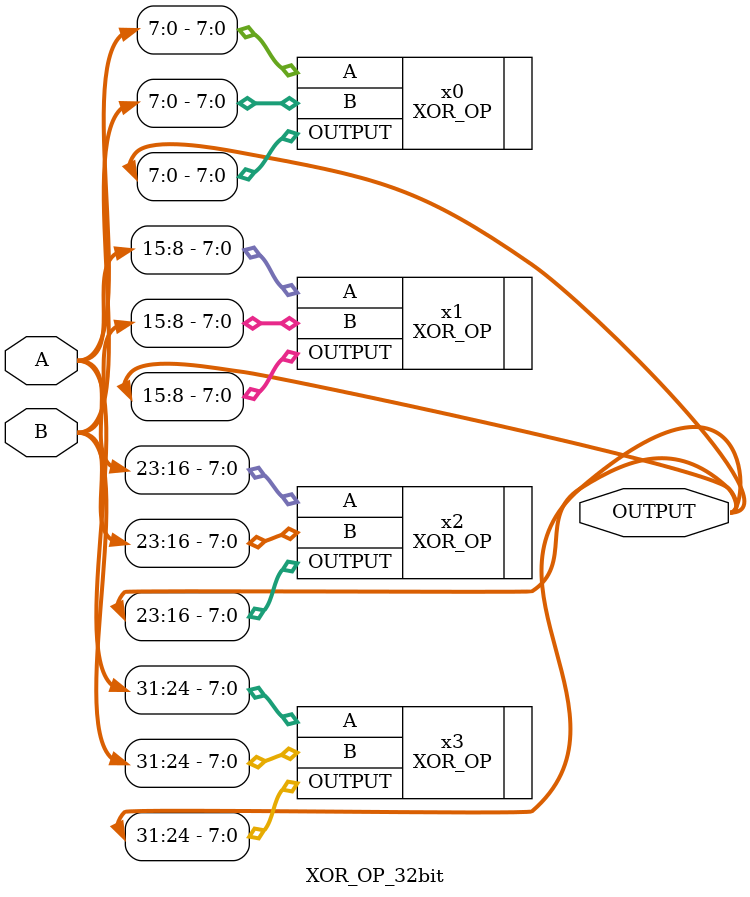
<source format=v>
`timescale 1ns / 1ps


module XOR_OP_32bit(
input [31:0] A,
input [31:0] B,
output [31:0] OUTPUT
    );
    // Instantiate four 8-bit XOR_OP modules
    XOR_OP x0 (.A(A[7:0]),   .B(B[7:0]),   .OUTPUT(OUTPUT[7:0]));
    XOR_OP x1 (.A(A[15:8]),  .B(B[15:8]),  .OUTPUT(OUTPUT[15:8]));
    XOR_OP x2 (.A(A[23:16]), .B(B[23:16]), .OUTPUT(OUTPUT[23:16]));
    XOR_OP x3 (.A(A[31:24]), .B(B[31:24]), .OUTPUT(OUTPUT[31:24]));

endmodule

</source>
